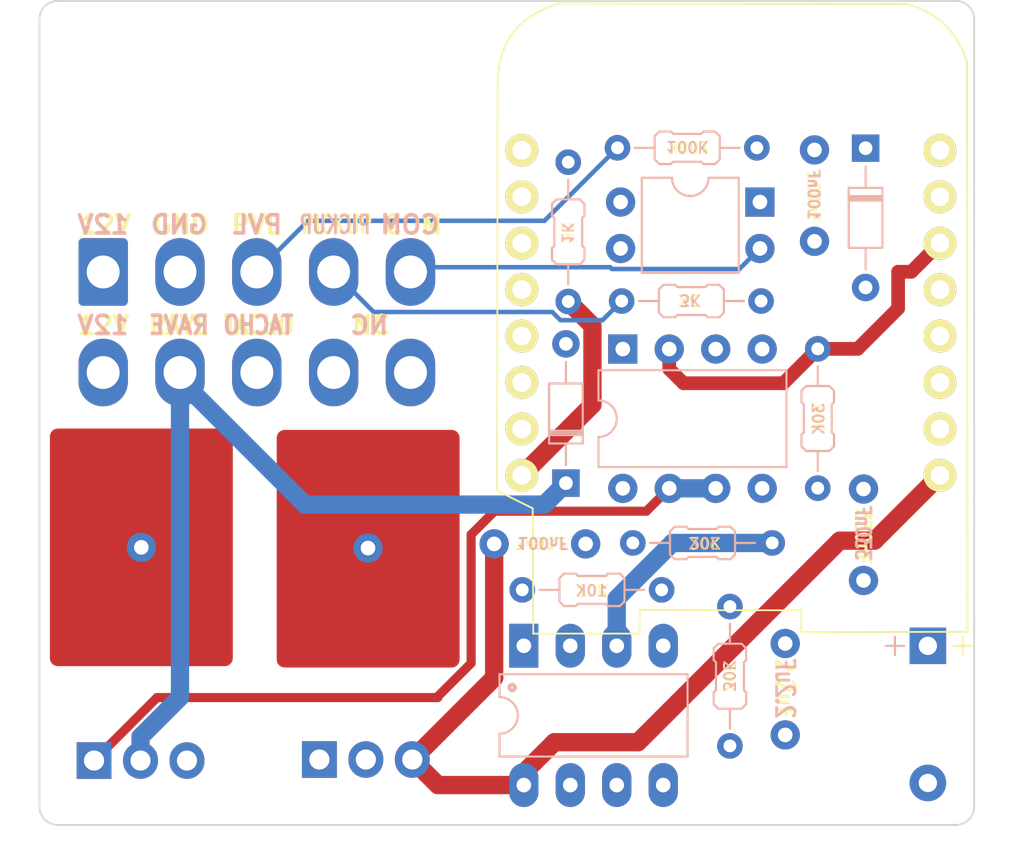
<source format=kicad_pcb>
(kicad_pcb (version 20240108) (generator "pcbnew") (generator_version "8.0")
  (layers (0 "F.Cu" signal) (1 "In1.Cu" signal) (2 "In2.Cu" signal) (31 "B.Cu" signal) (34 "B.Paste" user) (35 "F.Paste" user) (36 "B.SilkS" user "B.Silkscreen") (37 "F.SilkS" user "F.Silkscreen") (38 "B.Mask" user) (39 "F.Mask" user) (44 "Edge.Cuts" user))
  (net 0 "")
  (net 1 "+5V")
  (net 2 "GND")
  (net 3 "+12V")
  (net 4 "+3V3")
  (net 5 "/POSITIVE")
  (net 13 "/COMMON")
  (net 16 "Net-(Q1-G)")
  (net 17 "/RAVE_NEG")
  (net 19 "/TACHO")
  (net 20 "/PVL")
  (net 22 "/PICKUP")
  (net 23 "/OPTO")
  (net 24 "/MOSFET")
  (net 27 "Net-(U3A--)")
  (net 28 "/OPAMP")
  (footprint "Capacitor_THT:CP_Radial_D10.0mm_P7.50mm" (layer "F.Cu") (at 115.443 69.153323 -90)
    (property "Reference" "C4" (hide yes))
    (property "Value" "1000uF_50V")
    (fp_line (start 0.5 1.8) (end -0.5 1.8) (stroke (width 0.12)) (layer "B.SilkS"))
    (fp_line (start 0 1.3) (end 0 2.3) (stroke (width 0.12)) (layer "B.SilkS"))
    (fp_line (start -0.5 -1.9) (end 0.5 -1.9) (stroke (width 0.12)) (layer "F.SilkS"))
    (fp_line (start 0 -2.4) (end 0 -1.4) (stroke (width 0.12)) (layer "F.SilkS"))
    (pad "1" thru_hole rect (at 0 0 270) (size 2 2) (drill 1) (layers "*.Cu" "*.Mask") (net 3 "+12V"))
    (pad "2" thru_hole circle (at 7.5 0 270) (size 2 2) (drill 1) (layers "*.Cu" "*.Mask") (net 2 "GND"))
  )
  (footprint "Connector_Molex:Molex_Mini-Fit_Jr_5569-10A2_2x05_P4.20mm_Horizontal" (layer "F.Cu") (at 70.358 48.702)
    (property "Reference" "J1" (hide yes))
    (property "Value" "Conn_01x10")
    (fp_text user "TACHO" (at 10.5 3.5 -0) (layer "B.SilkS") (effects (font (size 1 0.8) (thickness 0.2) (bold yes)) (justify left bottom mirror)))
    (fp_text user "12V" (at 1.5 3.5 -0) (layer "B.SilkS") (effects (font (thickness 0.2) (bold yes)) (justify left bottom mirror)))
    (fp_text user "GND" (at 5.8 -2 0) (layer "B.SilkS") (effects (font (thickness 0.2) (bold yes)) (justify left bottom mirror)))
    (fp_text user "PICKUP" (at 14.7 -2 -0) (layer "B.SilkS") (effects (font (size 1 0.7) (thickness 0.15) (bold yes)) (justify left bottom mirror)))
    (fp_text user "NC" (at 15.7 3.5 -0) (layer "B.SilkS") (effects (font (thickness 0.2) (bold yes)) (justify left bottom mirror)))
    (fp_text user "COM" (at 18.5 -2 -0) (layer "B.SilkS") (effects (font (thickness 0.2) (bold yes)) (justify left bottom mirror)))
    (fp_text user "RAVE" (at 5.9 3.5 -0) (layer "B.SilkS") (effects (font (size 1 0.9) (thickness 0.2) (bold yes)) (justify left bottom mirror)))
    (fp_text user "PVL" (at 9.9 -2 -0) (layer "B.SilkS") (effects (font (thickness 0.2) (bold yes)) (justify left bottom mirror)))
    (fp_text user "12V" (at 1.5 -2 0) (layer "B.SilkS") (effects (font (thickness 0.2) (bold yes)) (justify left bottom mirror)))
    (fp_text user "GND" (at 2.6 -2 0) (layer "F.SilkS") (effects (font (thickness 0.2) (bold yes)) (justify left bottom)))
    (fp_text user "NC" (at 13.5 3.5 0) (layer "F.SilkS") (effects (font (thickness 0.2) (bold yes)) (justify left bottom)))
    (fp_text user "12V" (at -1.4 -2 0) (layer "F.SilkS") (effects (font (thickness 0.2) (bold yes)) (justify left bottom)))
    (fp_text user "12V" (at -1.5 3.5 0) (layer "F.SilkS") (effects (font (thickness 0.2) (bold yes)) (justify left bottom)))
    (fp_text user "PVL" (at 6.9 -2 0) (layer "F.SilkS") (effects (font (thickness 0.2) (bold yes)) (justify left bottom)))
    (fp_text user "TACHO" (at 6.5 3.5 0) (layer "F.SilkS") (effects (font (size 1 0.8) (thickness 0.2) (bold yes)) (justify left bottom)))
    (fp_text user "RAVE" (at 2.4 3.5 0) (layer "F.SilkS") (effects (font (size 1 0.9) (thickness 0.2) (bold yes)) (justify left bottom)))
    (fp_text user "COM" (at 15.2 -2 0) (layer "F.SilkS") (effects (font (thickness 0.2) (bold yes)) (justify left bottom)))
    (fp_text user "PICKUP" (at 10.75 -2 0) (layer "F.SilkS") (effects (font (size 1 0.7) (thickness 0.15) (bold yes)) (justify left bottom)))
    (pad "" np_thru_hole circle (at 0 -7.3) (size 3 3) (drill 3) (layers "*.Cu" "*.Mask"))
    (pad "" np_thru_hole circle (at 16.8 -7.3) (size 3 3) (drill 3) (layers "*.Cu" "*.Mask"))
    (pad "1" thru_hole roundrect (at 0 0) (size 2.7 3.7) (drill 1.8) (layers "*.Cu" "*.Mask") (roundrect_rratio 0.09259296296) (net 3 "+12V"))
    (pad "2" thru_hole oval (at 4.2 0) (size 2.7 3.7) (drill 1.8) (layers "*.Cu" "*.Mask") (net 2 "GND"))
    (pad "3" thru_hole oval (at 8.4 0) (size 2.7 3.7) (drill 1.8) (layers "*.Cu" "*.Mask") (net 20 "/PVL"))
    (pad "4" thru_hole oval (at 12.6 0) (size 2.7 3.7) (drill 1.8) (layers "*.Cu" "*.Mask") (net 22 "/PICKUP"))
    (pad "5" thru_hole oval (at 16.8 0) (size 2.7 3.7) (drill 1.8) (layers "*.Cu" "*.Mask") (net 13 "/COMMON"))
    (pad "6" thru_hole oval (at 0 5.5) (size 2.7 3.7) (drill 1.8) (layers "*.Cu" "*.Mask") (net 3 "+12V"))
    (pad "7" thru_hole oval (at 4.2 5.5) (size 2.7 3.7) (drill 1.8) (layers "*.Cu" "*.Mask") (net 17 "/RAVE_NEG"))
    (pad "8" thru_hole oval (at 8.4 5.5) (size 2.7 3.7) (drill 1.8) (layers "*.Cu" "*.Mask") (net 19 "/TACHO"))
    (pad "9" thru_hole oval (at 12.6 5.5) (size 2.7 3.7) (drill 1.8) (layers "*.Cu" "*.Mask"))
    (pad "10" thru_hole oval (at 16.8 5.5) (size 2.7 3.7) (drill 1.8) (layers "*.Cu" "*.Mask"))
  )
  (footprint "Package_TO_SOT_THT:TO-220-3_Vertical" (layer "F.Cu") (at 69.859 75.428)
    (property "Reference" "Q1" (hide yes))
    (property "Value" "IRLZ44N")
    (pad "1" thru_hole rect (at 0 0) (size 1.905 2) (drill 1.1) (layers "*.Cu" "*.Mask") (net 16 "Net-(Q1-G)"))
    (pad "2" thru_hole oval (at 2.54 0) (size 1.905 2) (drill 1.1) (layers "*.Cu" "*.Mask") (net 17 "/RAVE_NEG"))
    (pad "3" thru_hole oval (at 5.08 0) (size 1.905 2) (drill 1.1) (layers "*.Cu" "*.Mask") (net 2 "GND"))
  )
  (footprint "Package_TO_SOT_THT:TO-220-3_Vertical" (layer "F.Cu") (at 82.178 75.372)
    (property "Reference" "U2" (hide yes))
    (property "Value" "LM7805_TO220")
    (pad "1" thru_hole rect (at 0 0) (size 1.905 2) (drill 1.1) (layers "*.Cu" "*.Mask") (net 3 "+12V"))
    (pad "2" thru_hole oval (at 2.54 0) (size 1.905 2) (drill 1.1) (layers "*.Cu" "*.Mask") (net 2 "GND"))
    (pad "3" thru_hole oval (at 5.08 0) (size 1.905 2) (drill 1.1) (layers "*.Cu" "*.Mask") (net 1 "+5V"))
  )
  (footprint "Package_TO_SOT_SMD:TO-252-2" (layer "F.Cu") (at 72.145 65.466)
    (property "Reference" "REF**" (hide yes))
    (property "Value" "TO-252-2" (hide yes))
    (pad "GND" smd roundrect (at 0.3 -1.7 90) (size 13 10) (layers "F.Cu" "F.Mask") (roundrect_rratio 0.043103))
  )
  (footprint "Package_TO_SOT_SMD:TO-252-2" (layer "F.Cu") (at 84.545 65.54)
    (property "Reference" "REF**" (hide yes))
    (property "Value" "TO-252-2" (hide yes))
    (pad "GND" smd roundrect (at 0.3 -1.7 90) (size 13 10) (layers "F.Cu" "F.Mask") (roundrect_rratio 0.043103))
  )
  (footprint "Module:D1_mini_board" (layer "F.Cu") (at 104.672917 52.207253)
    (property "Reference" "U1" (hide yes))
    (property "Value" "D1Mini")
    (fp_line (start -12.776026 8.463285) (end -10.83248 9.424181) (stroke (width 0.1)) (layer "F.SilkS"))
    (fp_line (start -12.751078 -14.091807) (end -12.776026 8.463285) (stroke (width 0.1)) (layer "F.SilkS"))
    (fp_line (start -12.635482 -14.984575) (end -12.751078 -14.091807) (stroke (width 0.1)) (layer "F.SilkS"))
    (fp_line (start -12.407122 -15.739613) (end -12.635482 -14.984575) (stroke (width 0.1)) (layer "F.SilkS"))
    (fp_line (start -12.079595 -16.37146) (end -12.407122 -15.739613) (stroke (width 0.1)) (layer "F.SilkS"))
    (fp_line (start -11.666503 -16.894658) (end -12.079595 -16.37146) (stroke (width 0.1)) (layer "F.SilkS"))
    (fp_line (start -11.181445 -17.323743) (end -11.666503 -16.894658) (stroke (width 0.1)) (layer "F.SilkS"))
    (fp_line (start -10.83248 9.424181) (end -10.802686 16.232524) (stroke (width 0.1)) (layer "F.SilkS"))
    (fp_line (start -10.817472 16.277228) (end -5.00618 16.277228) (stroke (width 0.1)) (layer "F.SilkS"))
    (fp_line (start -10.638018 -17.673258) (end -11.181445 -17.323743) (stroke (width 0.1)) (layer "F.SilkS"))
    (fp_line (start -10.049824 -17.957741) (end -10.638018 -17.673258) (stroke (width 0.1)) (layer "F.SilkS"))
    (fp_line (start -9.43046 -18.191734) (end -10.049824 -17.957741) (stroke (width 0.1)) (layer "F.SilkS"))
    (fp_line (start -5.00618 16.277228) (end -4.979849 14.993795) (stroke (width 0.1)) (layer "F.SilkS"))
    (fp_line (start -4.979849 14.993795) (end 3.851373 15.000483) (stroke (width 0.1)) (layer "F.SilkS"))
    (fp_line (start 3.849397 16.202736) (end 12.930193 16.176658) (stroke (width 0.1)) (layer "F.SilkS"))
    (fp_line (start 3.851373 15.000483) (end 3.849397 16.202736) (stroke (width 0.1)) (layer "F.SilkS"))
    (fp_line (start 9.607453 -18.162976) (end -9.43046 -18.191734) (stroke (width 0.1)) (layer "F.SilkS"))
    (fp_line (start 10.20525 -17.97731) (end 9.607453 -18.162976) (stroke (width 0.1)) (layer "F.SilkS"))
    (fp_line (start 10.74944 -17.730377) (end 10.20525 -17.97731) (stroke (width 0.1)) (layer "F.SilkS"))
    (fp_line (start 11.240512 -17.422741) (end 10.74944 -17.730377) (stroke (width 0.1)) (layer "F.SilkS"))
    (fp_line (start 11.678953 -17.054952) (end 11.240512 -17.422741) (stroke (width 0.1)) (layer "F.SilkS"))
    (fp_line (start 12.065253 -16.627577) (end 11.678953 -17.054952) (stroke (width 0.1)) (layer "F.SilkS"))
    (fp_line (start 12.399901 -16.141167) (end 12.065253 -16.627577) (stroke (width 0.1)) (layer "F.SilkS"))
    (fp_line (start 12.683384 -15.596286) (end 12.399901 -16.141167) (stroke (width 0.1)) (layer "F.SilkS"))
    (fp_line (start 12.916195 -14.993493) (end 12.683384 -15.596286) (stroke (width 0.1)) (layer "F.SilkS"))
    (fp_line (start 12.930193 16.176658) (end 12.916195 -14.993493) (stroke (width 0.1)) (layer "F.SilkS"))
    (pad "1" thru_hole circle (at 11.43 7.62) (size 1.8 1.8) (drill 1.016) (layers "*.Cu" "*.Mask" "F.SilkS") (net 1 "+5V"))
    (pad "2" thru_hole circle (at 11.43 5.08) (size 1.8 1.8) (drill 1.016) (layers "*.Cu" "*.Mask" "F.SilkS") (net 2 "GND"))
    (pad "3" thru_hole circle (at 11.43 2.54) (size 1.8 1.8) (drill 1.016) (layers "*.Cu" "*.Mask" "F.SilkS"))
    (pad "4" thru_hole circle (at 11.43 0) (size 1.8 1.8) (drill 1.016) (layers "*.Cu" "*.Mask" "F.SilkS"))
    (pad "5" thru_hole circle (at 11.43 -2.54) (size 1.8 1.8) (drill 1.016) (layers "*.Cu" "*.Mask" "F.SilkS"))
    (pad "6" thru_hole circle (at 11.43 -5.08) (size 1.8 1.8) (drill 1.016) (layers "*.Cu" "*.Mask" "F.SilkS") (net 24 "/MOSFET"))
    (pad "7" thru_hole circle (at 11.43 -7.62) (size 1.8 1.8) (drill 1.016) (layers "*.Cu" "*.Mask" "F.SilkS"))
    (pad "8" thru_hole circle (at 11.43 -10.16) (size 1.8 1.8) (drill 1.016) (layers "*.Cu" "*.Mask" "F.SilkS"))
    (pad "9" thru_hole circle (at -11.43 -10.16) (size 1.8 1.8) (drill 1.016) (layers "*.Cu" "*.Mask" "F.SilkS"))
    (pad "10" thru_hole circle (at -11.43 -7.62) (size 1.8 1.8) (drill 1.016) (layers "*.Cu" "*.Mask" "F.SilkS"))
    (pad "11" thru_hole circle (at -11.43 -5.08) (size 1.8 1.8) (drill 1.016) (layers "*.Cu" "*.Mask" "F.SilkS"))
    (pad "12" thru_hole circle (at -11.43 -2.54) (size 1.8 1.8) (drill 1.016) (layers "*.Cu" "*.Mask" "F.SilkS"))
    (pad "13" thru_hole circle (at -11.43 0) (size 1.8 1.8) (drill 1.016) (layers "*.Cu" "*.Mask" "F.SilkS") (net 23 "/OPTO"))
    (pad "14" thru_hole circle (at -11.43 2.54) (size 1.8 1.8) (drill 1.016) (layers "*.Cu" "*.Mask" "F.SilkS") (net 28 "/OPAMP"))
    (pad "15" thru_hole circle (at -11.43 5.08) (size 1.8 1.8) (drill 1.016) (layers "*.Cu" "*.Mask" "F.SilkS"))
    (pad "16" thru_hole circle (at -11.43 7.62) (size 1.8 1.8) (drill 1.016) (layers "*.Cu" "*.Mask" "F.SilkS") (net 4 "+3V3"))
  )
  (footprint "Capacitor_THT:C_Disc_D4.3mm_W1.9mm_P5.00mm" (layer "B.Cu") (at 109.2454 47.0262 90)
    (property "Reference" "C5" (hide yes))
    (property "Value" "100nF")
    (fp_text user "100nF" (at 1.1 -0.4 -90) (layer "B.SilkS") (effects (font (size 0.6 0.6) (thickness 0.12) (bold yes)) (justify left bottom mirror)))
    (fp_text user "100nF" (at 3.9 -0.4 -90) (layer "F.SilkS") (effects (font (size 0.6 0.6) (thickness 0.12) (bold yes)) (justify left bottom)))
    (pad "1" thru_hole circle (at 0 0 90) (size 1.6 1.6) (drill 0.8) (layers "*.Cu" "*.Mask") (net 13 "/COMMON"))
    (pad "2" thru_hole circle (at 5 0 90) (size 1.6 1.6) (drill 0.8) (layers "*.Cu" "*.Mask") (net 5 "/POSITIVE"))
  )
  (footprint "Package_DIP:DIP-8_W7.62mm" (layer "B.Cu") (at 98.7652 52.9182 -90)
    (property "Reference" "U5" (hide yes))
    (property "Value" "TC4422")
    (fp_line (start 1.16 1.33) (end 1.16 -8.95) (stroke (width 0.12)) (layer "B.SilkS"))
    (fp_line (start 2.81 1.33) (end 1.16 1.33) (stroke (width 0.12)) (layer "B.SilkS"))
    (fp_line (start 6.46 1.33) (end 4.81 1.33) (stroke (width 0.12)) (layer "B.SilkS"))
    (fp_line (start 1.16 -8.95) (end 6.46 -8.95) (stroke (width 0.12)) (layer "B.SilkS"))
    (fp_line (start 6.46 -8.95) (end 6.46 1.33) (stroke (width 0.12)) (layer "B.SilkS"))
    (fp_arc (start 2.81 1.33) (mid 3.81 0.33) (end 4.81 1.33) (stroke (width 0.12)) (layer "B.SilkS"))
    (pad "1" thru_hole rect (at 0 0 270) (size 1.6 1.6) (drill 0.8) (layers "*.Cu" "*.Mask") (net 3 "+12V"))
    (pad "2" thru_hole oval (at 0 -2.54 270) (size 1.6 1.6) (drill 0.8) (layers "*.Cu" "*.Mask") (net 24 "/MOSFET"))
    (pad "3" thru_hole oval (at 0 -5.08 270) (size 1.6 1.6) (drill 0.8) (layers "*.Cu" "*.Mask"))
    (pad "4" thru_hole oval (at 0 -7.62 270) (size 1.6 1.6) (drill 0.8) (layers "*.Cu" "*.Mask") (net 2 "GND"))
    (pad "5" thru_hole oval (at 7.62 -7.62 270) (size 1.6 1.6) (drill 0.8) (layers "*.Cu" "*.Mask") (net 2 "GND"))
    (pad "6" thru_hole oval (at 7.62 -5.08 270) (size 1.6 1.6) (drill 0.8) (layers "*.Cu" "*.Mask") (net 16 "Net-(Q1-G)"))
    (pad "7" thru_hole oval (at 7.62 -2.54 270) (size 1.6 1.6) (drill 0.8) (layers "*.Cu" "*.Mask") (net 16 "Net-(Q1-G)"))
    (pad "8" thru_hole oval (at 7.62 0 270) (size 1.6 1.6) (drill 0.8) (layers "*.Cu" "*.Mask") (net 3 "+12V"))
  )
  (footprint "PCM_Resistor_THT_AKL:R_Axial_DIN0204_L3.6mm_D1.6mm_P7.62mm_Horizontal" (layer "B.Cu") (at 100.8888 66.0908 180)
    (property "Reference" "R6" (hide yes))
    (property "Value" "10k" (hide yes))
    (fp_line (start 5.73 0) (end 6.68 0) (stroke (width 0.12)) (layer "B.SilkS"))
    (fp_line (start 5.588 0) (end 5.715 0) (stroke (width 0.12)) (layer "B.SilkS"))
    (fp_line (start 5.588 -0.635) (end 5.588 0.635) (stroke (width 0.12)) (layer "B.SilkS"))
    (fp_line (start 5.334 0.889) (end 5.588 0.635) (stroke (width 0.12)) (layer "B.SilkS"))
    (fp_line (start 5.334 -0.889) (end 5.588 -0.635) (stroke (width 0.12)) (layer "B.SilkS"))
    (fp_line (start 4.699 0.889) (end 5.334 0.889) (stroke (width 0.12)) (layer "B.SilkS"))
    (fp_line (start 4.699 -0.889) (end 5.334 -0.889) (stroke (width 0.12)) (layer "B.SilkS"))
    (fp_line (start 4.572 0.762) (end 4.699 0.889) (stroke (width 0.12)) (layer "B.SilkS"))
    (fp_line (start 4.572 -0.762) (end 4.699 -0.889) (stroke (width 0.12)) (layer "B.SilkS"))
    (fp_line (start 3.81 0.762) (end 4.572 0.762) (stroke (width 0.12)) (layer "B.SilkS"))
    (fp_line (start 3.81 0.762) (end 3.048 0.762) (stroke (width 0.12)) (layer "B.SilkS"))
    (fp_line (start 3.81 -0.762) (end 4.572 -0.762) (stroke (width 0.12)) (layer "B.SilkS"))
    (fp_line (start 3.81 -0.762) (end 3.048 -0.762) (stroke (width 0.12)) (layer "B.SilkS"))
    (fp_line (start 3.048 0.762) (end 2.921 0.889) (stroke (width 0.12)) (layer "B.SilkS"))
    (fp_line (start 3.048 -0.762) (end 2.921 -0.889) (stroke (width 0.12)) (layer "B.SilkS"))
    (fp_line (start 2.921 0.889) (end 2.286 0.889) (stroke (width 0.12)) (layer "B.SilkS"))
    (fp_line (start 2.921 -0.889) (end 2.286 -0.889) (stroke (width 0.12)) (layer "B.SilkS"))
    (fp_line (start 2.286 0.889) (end 2.032 0.635) (stroke (width 0.12)) (layer "B.SilkS"))
    (fp_line (start 2.286 -0.889) (end 2.032 -0.635) (stroke (width 0.12)) (layer "B.SilkS"))
    (fp_line (start 2.032 0.635) (end 2.032 -0.635) (stroke (width 0.12)) (layer "B.SilkS"))
    (fp_line (start 2.032 0) (end 1.89 0) (stroke (width 0.12)) (layer "B.SilkS"))
    (fp_line (start 1.89 0) (end 0.94 0) (stroke (width 0.12)) (layer "B.SilkS"))
    (fp_text user "10K" (at 2.9 -0.4 0) (layer "B.SilkS") (effects (font (size 0.6 0.6) (thickness 0.1)) (justify left bottom mirror)))
    (fp_text user "10K" (at 4.7 -0.4 0) (layer "F.SilkS") (effects (font (size 0.6 0.6) (thickness 0.1)) (justify left bottom)))
    (pad "1" thru_hole circle (at 0 0 180) (size 1.4 1.4) (drill 0.7) (layers "*.Cu" "*.Mask") (net 27 "Net-(U3A--)"))
    (pad "2" thru_hole oval (at 7.62 0 180) (size 1.4 1.4) (drill 0.7) (layers "*.Cu" "*.Mask") (net 19 "/TACHO"))
  )
  (footprint "PCM_Resistor_THT_AKL:R_Axial_DIN0204_L3.6mm_D1.6mm_P7.62mm_Horizontal" (layer "B.Cu") (at 109.4232 52.9082 -90)
    (property "Reference" "R4" (hide yes))
    (property "Value" "30k" (hide yes))
    (fp_line (start 2.286 0.889) (end 2.032 0.635) (stroke (width 0.12)) (layer "B.SilkS"))
    (fp_line (start 2.921 0.889) (end 2.286 0.889) (stroke (width 0.12)) (layer "B.SilkS"))
    (fp_line (start 4.699 0.889) (end 5.334 0.889) (stroke (width 0.12)) (layer "B.SilkS"))
    (fp_line (start 5.334 0.889) (end 5.588 0.635) (stroke (width 0.12)) (layer "B.SilkS"))
    (fp_line (start 3.048 0.762) (end 2.921 0.889) (stroke (width 0.12)) (layer "B.SilkS"))
    (fp_line (start 3.81 0.762) (end 3.048 0.762) (stroke (width 0.12)) (layer "B.SilkS"))
    (fp_line (start 3.81 0.762) (end 4.572 0.762) (stroke (width 0.12)) (layer "B.SilkS"))
    (fp_line (start 4.572 0.762) (end 4.699 0.889) (stroke (width 0.12)) (layer "B.SilkS"))
    (fp_line (start 2.032 0.635) (end 2.032 -0.635) (stroke (width 0.12)) (layer "B.SilkS"))
    (fp_line (start 1.89 0) (end 0.94 0) (stroke (width 0.12)) (layer "B.SilkS"))
    (fp_line (start 2.032 0) (end 1.89 0) (stroke (width 0.12)) (layer "B.SilkS"))
    (fp_line (start 5.588 0) (end 5.715 0) (stroke (width 0.12)) (layer "B.SilkS"))
    (fp_line (start 5.73 0) (end 6.68 0) (stroke (width 0.12)) (layer "B.SilkS"))
    (fp_line (start 5.588 -0.635) (end 5.588 0.635) (stroke (width 0.12)) (layer "B.SilkS"))
    (fp_line (start 3.048 -0.762) (end 2.921 -0.889) (stroke (width 0.12)) (layer "B.SilkS"))
    (fp_line (start 3.81 -0.762) (end 3.048 -0.762) (stroke (width 0.12)) (layer "B.SilkS"))
    (fp_line (start 3.81 -0.762) (end 4.572 -0.762) (stroke (width 0.12)) (layer "B.SilkS"))
    (fp_line (start 4.572 -0.762) (end 4.699 -0.889) (stroke (width 0.12)) (layer "B.SilkS"))
    (fp_line (start 2.286 -0.889) (end 2.032 -0.635) (stroke (width 0.12)) (layer "B.SilkS"))
    (fp_line (start 2.921 -0.889) (end 2.286 -0.889) (stroke (width 0.12)) (layer "B.SilkS"))
    (fp_line (start 4.699 -0.889) (end 5.334 -0.889) (stroke (width 0.12)) (layer "B.SilkS"))
    (fp_line (start 5.334 -0.889) (end 5.588 -0.635) (stroke (width 0.12)) (layer "B.SilkS"))
    (fp_text user "30K" (at 2.9 -0.4 90) (layer "B.SilkS") (effects (font (size 0.6 0.6) (thickness 0.1)) (justify left bottom mirror)))
    (fp_text user "30K" (at 4.7 -0.4 90) (layer "F.SilkS") (effects (font (size 0.6 0.6) (thickness 0.1)) (justify left bottom)))
    (pad "1" thru_hole circle (at 0 0 270) (size 1.4 1.4) (drill 0.7) (layers "*.Cu" "*.Mask") (net 24 "/MOSFET"))
    (pad "2" thru_hole oval (at 7.62 0 270) (size 1.4 1.4) (drill 0.7) (layers "*.Cu" "*.Mask") (net 2 "GND"))
  )
  (footprint "PCM_Package_DIP_AKL:DIP-8_W7.62mm_LongPads" (layer "B.Cu") (at 93.355 69.1492 -90)
    (property "Reference" "U3" (hide yes))
    (property "Value" "LMC662AIN" (hide yes))
    (fp_line (start 1.56 1.33) (end 2.81 1.33) (stroke (width 0.12)) (layer "B.SilkS"))
    (fp_line (start 4.81 1.33) (end 6.06 1.33) (stroke (width 0.12)) (layer "B.SilkS"))
    (fp_line (start 6.06 1.33) (end 6.06 -8.95) (stroke (width 0.12)) (layer "B.SilkS"))
    (fp_line (start 1.56 -8.95) (end 1.56 1.33) (stroke (width 0.12)) (layer "B.SilkS"))
    (fp_line (start 6.06 -8.95) (end 1.56 -8.95) (stroke (width 0.12)) (layer "B.SilkS"))
    (fp_arc (start 2.81 1.33) (mid 3.81 0.33) (end 4.81 1.33) (stroke (width 0.12)) (layer "B.SilkS"))
    (fp_circle (center 2.286 0.635) (end 2.336 0.635) (stroke (width 0.12)) (fill none) (layer "B.SilkS"))
    (fp_circle (center 2.286 0.635) (end 2.411 0.635) (stroke (width 0.12)) (fill none) (layer "B.SilkS"))
    (fp_circle (center 2.286 0.635) (end 2.486 0.635) (stroke (width 0.12)) (fill none) (layer "B.SilkS"))
    (pad "1" thru_hole rect (at 0 0 270) (size 2.4 1.6) (drill 0.8) (layers "*.Cu" "*.Mask") (net 19 "/TACHO"))
    (pad "2" thru_hole oval (at 0 -2.54 270) (size 2.4 1.6) (drill 0.8) (layers "*.Cu" "*.Mask") (net 27 "Net-(U3A--)"))
    (pad "3" thru_hole oval (at 0 -5.08 270) (size 2.4 1.6) (drill 0.8) (layers "*.Cu" "*.Mask") (net 28 "/OPAMP"))
    (pad "4" thru_hole oval (at 0 -7.62 270) (size 2.4 1.6) (drill 0.8) (layers "*.Cu" "*.Mask") (net 2 "GND"))
    (pad "5" thru_hole oval (at 7.62 -7.62 270) (size 2.4 1.6) (drill 0.8) (layers "*.Cu" "*.Mask"))
    (pad "6" thru_hole oval (at 7.62 -5.08 270) (size 2.4 1.6) (drill 0.8) (layers "*.Cu" "*.Mask"))
    (pad "7" thru_hole oval (at 7.62 -2.54 270) (size 2.4 1.6) (drill 0.8) (layers "*.Cu" "*.Mask"))
    (pad "8" thru_hole oval (at 7.62 0 270) (size 2.4 1.6) (drill 0.8) (layers "*.Cu" "*.Mask") (net 1 "+5V"))
  )
  (footprint "PCM_Resistor_THT_AKL:R_Axial_DIN0204_L3.6mm_D1.6mm_P7.62mm_Horizontal" (layer "B.Cu") (at 98.4758 41.91)
    (property "Reference" "R1" (hide yes))
    (property "Value" "100k" (hide yes))
    (fp_line (start 1.89 0) (end 0.94 0) (stroke (width 0.12)) (layer "B.SilkS"))
    (fp_line (start 2.032 0) (end 1.89 0) (stroke (width 0.12)) (layer "B.SilkS"))
    (fp_line (start 2.032 0.635) (end 2.032 -0.635) (stroke (width 0.12)) (layer "B.SilkS"))
    (fp_line (start 2.286 -0.889) (end 2.032 -0.635) (stroke (width 0.12)) (layer "B.SilkS"))
    (fp_line (start 2.286 0.889) (end 2.032 0.635) (stroke (width 0.12)) (layer "B.SilkS"))
    (fp_line (start 2.921 -0.889) (end 2.286 -0.889) (stroke (width 0.12)) (layer "B.SilkS"))
    (fp_line (start 2.921 0.889) (end 2.286 0.889) (stroke (width 0.12)) (layer "B.SilkS"))
    (fp_line (start 3.048 -0.762) (end 2.921 -0.889) (stroke (width 0.12)) (layer "B.SilkS"))
    (fp_line (start 3.048 0.762) (end 2.921 0.889) (stroke (width 0.12)) (layer "B.SilkS"))
    (fp_line (start 3.81 -0.762) (end 3.048 -0.762) (stroke (width 0.12)) (layer "B.SilkS"))
    (fp_line (start 3.81 -0.762) (end 4.572 -0.762) (stroke (width 0.12)) (layer "B.SilkS"))
    (fp_line (start 3.81 0.762) (end 3.048 0.762) (stroke (width 0.12)) (layer "B.SilkS"))
    (fp_line (start 3.81 0.762) (end 4.572 0.762) (stroke (width 0.12)) (layer "B.SilkS"))
    (fp_line (start 4.572 -0.762) (end 4.699 -0.889) (stroke (width 0.12)) (layer "B.SilkS"))
    (fp_line (start 4.572 0.762) (end 4.699 0.889) (stroke (width 0.12)) (layer "B.SilkS"))
    (fp_line (start 4.699 -0.889) (end 5.334 -0.889) (stroke (width 0.12)) (layer "B.SilkS"))
    (fp_line (start 4.699 0.889) (end 5.334 0.889) (stroke (width 0.12)) (layer "B.SilkS"))
    (fp_line (start 5.334 -0.889) (end 5.588 -0.635) (stroke (width 0.12)) (layer "B.SilkS"))
    (fp_line (start 5.334 0.889) (end 5.588 0.635) (stroke (width 0.12)) (layer "B.SilkS"))
    (fp_line (start 5.588 -0.635) (end 5.588 0.635) (stroke (width 0.12)) (layer "B.SilkS"))
    (fp_line (start 5.588 0) (end 5.715 0) (stroke (width 0.12)) (layer "B.SilkS"))
    (fp_line (start 5.73 0) (end 6.68 0) (stroke (width 0.12)) (layer "B.SilkS"))
    (fp_text user "100K" (at 2.6 -0.4 180) (layer "B.SilkS") (effects (font (size 0.6 0.6) (thickness 0.1)) (justify left bottom mirror)))
    (fp_text user "100K" (at 5.1 -0.4 180) (layer "F.SilkS") (effects (font (size 0.6 0.6) (thickness 0.1)) (justify left bottom)))
    (pad "1" thru_hole circle (at 0 0) (size 1.4 1.4) (drill 0.7) (layers "*.Cu" "*.Mask") (net 20 "/PVL"))
    (pad "2" thru_hole oval (at 7.62 0) (size 1.4 1.4) (drill 0.7) (layers "*.Cu" "*.Mask") (net 5 "/POSITIVE"))
  )
  (footprint "PCM_Resistor_THT_AKL:R_Axial_DIN0204_L3.6mm_D1.6mm_P7.62mm_Horizontal" (layer "B.Cu") (at 104.6226 74.6252 90)
    (property "Reference" "R5" (hide yes))
    (property "Value" "4.7k" (hide yes))
    (fp_line (start 5.334 -0.889) (end 5.588 -0.635) (stroke (width 0.12)) (layer "B.SilkS"))
    (fp_line (start 4.699 -0.889) (end 5.334 -0.889) (stroke (width 0.12)) (layer "B.SilkS"))
    (fp_line (start 2.921 -0.889) (end 2.286 -0.889) (stroke (width 0.12)) (layer "B.SilkS"))
    (fp_line (start 2.286 -0.889) (end 2.032 -0.635) (stroke (width 0.12)) (layer "B.SilkS"))
    (fp_line (start 4.572 -0.762) (end 4.699 -0.889) (stroke (width 0.12)) (layer "B.SilkS"))
    (fp_line (start 3.81 -0.762) (end 4.572 -0.762) (stroke (width 0.12)) (layer "B.SilkS"))
    (fp_line (start 3.81 -0.762) (end 3.048 -0.762) (stroke (width 0.12)) (layer "B.SilkS"))
    (fp_line (start 3.048 -0.762) (end 2.921 -0.889) (stroke (width 0.12)) (layer "B.SilkS"))
    (fp_line (start 5.588 -0.635) (end 5.588 0.635) (stroke (width 0.12)) (layer "B.SilkS"))
    (fp_line (start 5.73 0) (end 6.68 0) (stroke (width 0.12)) (layer "B.SilkS"))
    (fp_line (start 5.588 0) (end 5.715 0) (stroke (width 0.12)) (layer "B.SilkS"))
    (fp_line (start 2.032 0) (end 1.89 0) (stroke (width 0.12)) (layer "B.SilkS"))
    (fp_line (start 1.89 0) (end 0.94 0) (stroke (width 0.12)) (layer "B.SilkS"))
    (fp_line (start 2.032 0.635) (end 2.032 -0.635) (stroke (width 0.12)) (layer "B.SilkS"))
    (fp_line (start 4.572 0.762) (end 4.699 0.889) (stroke (width 0.12)) (layer "B.SilkS"))
    (fp_line (start 3.81 0.762) (end 4.572 0.762) (stroke (width 0.12)) (layer "B.SilkS"))
    (fp_line (start 3.81 0.762) (end 3.048 0.762) (stroke (width 0.12)) (layer "B.SilkS"))
    (fp_line (start 3.048 0.762) (end 2.921 0.889) (stroke (width 0.12)) (layer "B.SilkS"))
    (fp_line (start 5.334 0.889) (end 5.588 0.635) (stroke (width 0.12)) (layer "B.SilkS"))
    (fp_line (start 4.699 0.889) (end 5.334 0.889) (stroke (width 0.12)) (layer "B.SilkS"))
    (fp_line (start 2.921 0.889) (end 2.286 0.889) (stroke (width 0.12)) (layer "B.SilkS"))
    (fp_line (start 2.286 0.889) (end 2.032 0.635) (stroke (width 0.12)) (layer "B.SilkS"))
    (fp_text user "30K" (at 2.9 -0.4 -90) (layer "B.SilkS") (effects (font (size 0.6 0.6) (thickness 0.1)) (justify left bottom mirror)))
    (fp_text user "30K" (at 4.7 -0.4 -90) (layer "F.SilkS") (effects (font (size 0.6 0.6) (thickness 0.1)) (justify left bottom)))
    (pad "1" thru_hole circle (at 0 0 90) (size 1.4 1.4) (drill 0.7) (layers "*.Cu" "*.Mask") (net 2 "GND"))
    (pad "2" thru_hole oval (at 7.62 0 90) (size 1.4 1.4) (drill 0.7) (layers "*.Cu" "*.Mask") (net 27 "Net-(U3A--)"))
  )
  (footprint "PCM_Resistor_THT_AKL:R_Axial_DIN0204_L3.6mm_D1.6mm_P7.62mm_Horizontal" (layer "B.Cu") (at 95.7834 50.3174 90)
    (property "Reference" "R2" (hide yes))
    (property "Value" "1k" (hide yes))
    (fp_line (start 5.334 -0.889) (end 5.588 -0.635) (stroke (width 0.12)) (layer "B.SilkS"))
    (fp_line (start 4.699 -0.889) (end 5.334 -0.889) (stroke (width 0.12)) (layer "B.SilkS"))
    (fp_line (start 2.921 -0.889) (end 2.286 -0.889) (stroke (width 0.12)) (layer "B.SilkS"))
    (fp_line (start 2.286 -0.889) (end 2.032 -0.635) (stroke (width 0.12)) (layer "B.SilkS"))
    (fp_line (start 4.572 -0.762) (end 4.699 -0.889) (stroke (width 0.12)) (layer "B.SilkS"))
    (fp_line (start 3.81 -0.762) (end 4.572 -0.762) (stroke (width 0.12)) (layer "B.SilkS"))
    (fp_line (start 3.81 -0.762) (end 3.048 -0.762) (stroke (width 0.12)) (layer "B.SilkS"))
    (fp_line (start 3.048 -0.762) (end 2.921 -0.889) (stroke (width 0.12)) (layer "B.SilkS"))
    (fp_line (start 5.588 -0.635) (end 5.588 0.635) (stroke (width 0.12)) (layer "B.SilkS"))
    (fp_line (start 5.73 0) (end 6.68 0) (stroke (width 0.12)) (layer "B.SilkS"))
    (fp_line (start 5.588 0) (end 5.715 0) (stroke (width 0.12)) (layer "B.SilkS"))
    (fp_line (start 2.032 0) (end 1.89 0) (stroke (width 0.12)) (layer "B.SilkS"))
    (fp_line (start 1.89 0) (end 0.94 0) (stroke (width 0.12)) (layer "B.SilkS"))
    (fp_line (start 2.032 0.635) (end 2.032 -0.635) (stroke (width 0.12)) (layer "B.SilkS"))
    (fp_line (start 4.572 0.762) (end 4.699 0.889) (stroke (width 0.12)) (layer "B.SilkS"))
    (fp_line (start 3.81 0.762) (end 4.572 0.762) (stroke (width 0.12)) (layer "B.SilkS"))
    (fp_line (start 3.81 0.762) (end 3.048 0.762) (stroke (width 0.12)) (layer "B.SilkS"))
    (fp_line (start 3.048 0.762) (end 2.921 0.889) (stroke (width 0.12)) (layer "B.SilkS"))
    (fp_line (start 5.334 0.889) (end 5.588 0.635) (stroke (width 0.12)) (layer "B.SilkS"))
    (fp_line (start 4.699 0.889) (end 5.334 0.889) (stroke (width 0.12)) (layer "B.SilkS"))
    (fp_line (start 2.921 0.889) (end 2.286 0.889) (stroke (width 0.12)) (layer "B.SilkS"))
    (fp_line (start 2.286 0.889) (end 2.032 0.635) (stroke (width 0.12)) (layer "B.SilkS"))
    (fp_text user "1K" (at 3.1 -0.4 -90) (layer "B.SilkS") (effects (font (size 0.6 0.6) (thickness 0.1)) (justify left bottom mirror)))
    (fp_text user "1K" (at 4.4 -0.4 -90) (layer "F.SilkS") (effects (font (size 0.6 0.6) (thickness 0.1)) (justify left bottom)))
    (pad "1" thru_hole circle (at 0 0 90) (size 1.4 1.4) (drill 0.7) (layers "*.Cu" "*.Mask") (net 4 "+3V3"))
    (pad "2" thru_hole oval (at 7.62 0 90) (size 1.4 1.4) (drill 0.7) (layers "*.Cu" "*.Mask") (net 23 "/OPTO"))
  )
  (footprint "PCM_Resistor_THT_AKL:R_Axial_DIN0204_L3.6mm_D1.6mm_P7.62mm_Horizontal" (layer "B.Cu") (at 98.7044 50.292)
    (property "Reference" "R3" (hide yes))
    (property "Value" "3k" (hide yes))
    (fp_line (start 1.89 0) (end 0.94 0) (stroke (width 0.12)) (layer "B.SilkS"))
    (fp_line (start 2.032 0) (end 1.89 0) (stroke (width 0.12)) (layer "B.SilkS"))
    (fp_line (start 2.032 0.635) (end 2.032 -0.635) (stroke (width 0.12)) (layer "B.SilkS"))
    (fp_line (start 2.286 -0.889) (end 2.032 -0.635) (stroke (width 0.12)) (layer "B.SilkS"))
    (fp_line (start 2.286 0.889) (end 2.032 0.635) (stroke (width 0.12)) (layer "B.SilkS"))
    (fp_line (start 2.921 -0.889) (end 2.286 -0.889) (stroke (width 0.12)) (layer "B.SilkS"))
    (fp_line (start 2.921 0.889) (end 2.286 0.889) (stroke (width 0.12)) (layer "B.SilkS"))
    (fp_line (start 3.048 -0.762) (end 2.921 -0.889) (stroke (width 0.12)) (layer "B.SilkS"))
    (fp_line (start 3.048 0.762) (end 2.921 0.889) (stroke (width 0.12)) (layer "B.SilkS"))
    (fp_line (start 3.81 -0.762) (end 3.048 -0.762) (stroke (width 0.12)) (layer "B.SilkS"))
    (fp_line (start 3.81 -0.762) (end 4.572 -0.762) (stroke (width 0.12)) (layer "B.SilkS"))
    (fp_line (start 3.81 0.762) (end 3.048 0.762) (stroke (width 0.12)) (layer "B.SilkS"))
    (fp_line (start 3.81 0.762) (end 4.572 0.762) (stroke (width 0.12)) (layer "B.SilkS"))
    (fp_line (start 4.572 -0.762) (end 4.699 -0.889) (stroke (width 0.12)) (layer "B.SilkS"))
    (fp_line (start 4.572 0.762) (end 4.699 0.889) (stroke (width 0.12)) (layer "B.SilkS"))
    (fp_line (start 4.699 -0.889) (end 5.334 -0.889) (stroke (width 0.12)) (layer "B.SilkS"))
    (fp_line (start 4.699 0.889) (end 5.334 0.889) (stroke (width 0.12)) (layer "B.SilkS"))
    (fp_line (start 5.334 -0.889) (end 5.588 -0.635) (stroke (width 0.12)) (layer "B.SilkS"))
    (fp_line (start 5.334 0.889) (end 5.588 0.635) (stroke (width 0.12)) (layer "B.SilkS"))
    (fp_line (start 5.588 -0.635) (end 5.588 0.635) (stroke (width 0.12)) (layer "B.SilkS"))
    (fp_line (start 5.588 0) (end 5.715 0) (stroke (width 0.12)) (layer "B.SilkS"))
    (fp_line (start 5.73 0) (end 6.68 0) (stroke (width 0.12)) (layer "B.SilkS"))
    (fp_text user "3K" (at 3.1 -0.4 180) (layer "B.SilkS") (effects (font (size 0.6 0.6) (thickness 0.1)) (justify left bottom mirror)))
    (fp_text user "3K" (at 4.3 -0.4 180) (layer "F.SilkS") (effects (font (size 0.6 0.6) (thickness 0.1)) (justify left bottom)))
    (pad "1" thru_hole circle (at 0 0) (size 1.4 1.4) (drill 0.7) (layers "*.Cu" "*.Mask") (net 22 "/PICKUP"))
    (pad "2" thru_hole oval (at 7.62 0) (size 1.4 1.4) (drill 0.7) (layers "*.Cu" "*.Mask") (net 5 "/POSITIVE"))
  )
  (footprint "Capacitor_THT:C_Disc_D4.3mm_W1.9mm_P5.00mm" (layer "B.Cu") (at 91.734 63.5762)
    (property "Reference" "C1" (hide yes))
    (property "Value" "100nF")
    (fp_text user "100nF" (at 1.2 -0.4 180) (layer "B.SilkS") (effects (font (size 0.6 0.6) (thickness 0.12)) (justify left bottom mirror)))
    (fp_text user "100nF" (at 4 -0.4 180) (layer "F.SilkS") (effects (font (size 0.6 0.6) (thickness 0.12)) (justify left bottom)))
    (pad "1" thru_hole circle (at 0 0) (size 1.6 1.6) (drill 0.8) (layers "*.Cu" "*.Mask") (net 1 "+5V"))
    (pad "2" thru_hole circle (at 5 0) (size 1.6 1.6) (drill 0.8) (layers "*.Cu" "*.Mask") (net 2 "GND"))
  )
  (footprint "Diode_THT:D_DO-34_SOD68_P7.62mm_Horizontal" (layer "B.Cu") (at 95.6564 60.2538 90)
    (property "Reference" "D3" (hide yes))
    (property "Value" "D_Schottky")
    (fp_line (start 5.45 -0.92) (end 2.17 -0.92) (stroke (width 0.12)) (layer "B.SilkS"))
    (fp_line (start 2.866 -0.92) (end 2.866 0.92) (stroke (width 0.12)) (layer "B.SilkS"))
    (fp_line (start 2.746 -0.92) (end 2.746 0.92) (stroke (width 0.12)) (layer "B.SilkS"))
    (fp_line (start 2.626 -0.92) (end 2.626 0.92) (stroke (width 0.12)) (layer "B.SilkS"))
    (fp_line (start 2.17 -0.92) (end 2.17 0.92) (stroke (width 0.12)) (layer "B.SilkS"))
    (fp_line (start 5.45 0) (end 6.63 0) (stroke (width 0.12)) (layer "B.SilkS"))
    (fp_line (start 2.17 0) (end 0.99 0) (stroke (width 0.12)) (layer "B.SilkS"))
    (fp_line (start 5.45 0.92) (end 5.45 -0.92) (stroke (width 0.12)) (layer "B.SilkS"))
    (fp_line (start 2.17 0.92) (end 5.45 0.92) (stroke (width 0.12)) (layer "B.SilkS"))
    (pad "1" thru_hole rect (at 0 0 90) (size 1.5 1.5) (drill 0.75) (layers "*.Cu" "*.Mask") (net 17 "/RAVE_NEG"))
    (pad "2" thru_hole oval (at 7.62 0 90) (size 1.5 1.5) (drill 0.75) (layers "*.Cu" "*.Mask") (net 2 "GND"))
  )
  (footprint "Diode_THT:D_DO-34_SOD68_P7.62mm_Horizontal" (layer "B.Cu") (at 112.0394 41.9304 -90)
    (property "Reference" "D1" (hide yes))
    (property "Value" "D_Schottky")
    (fp_line (start 2.17 0.92) (end 5.45 0.92) (stroke (width 0.12)) (layer "B.SilkS"))
    (fp_line (start 5.45 0.92) (end 5.45 -0.92) (stroke (width 0.12)) (layer "B.SilkS"))
    (fp_line (start 2.17 0) (end 0.99 0) (stroke (width 0.12)) (layer "B.SilkS"))
    (fp_line (start 5.45 0) (end 6.63 0) (stroke (width 0.12)) (layer "B.SilkS"))
    (fp_line (start 2.17 -0.92) (end 2.17 0.92) (stroke (width 0.12)) (layer "B.SilkS"))
    (fp_line (start 2.626 -0.92) (end 2.626 0.92) (stroke (width 0.12)) (layer "B.SilkS"))
    (fp_line (start 2.746 -0.92) (end 2.746 0.92) (stroke (width 0.12)) (layer "B.SilkS"))
    (fp_line (start 2.866 -0.92) (end 2.866 0.92) (stroke (width 0.12)) (layer "B.SilkS"))
    (fp_line (start 5.45 -0.92) (end 2.17 -0.92) (stroke (width 0.12)) (layer "B.SilkS"))
    (pad "1" thru_hole rect (at 0 0 270) (size 1.5 1.5) (drill 0.75) (layers "*.Cu" "*.Mask") (net 5 "/POSITIVE"))
    (pad "2" thru_hole oval (at 7.62 0 270) (size 1.5 1.5) (drill 0.75) (layers "*.Cu" "*.Mask") (net 13 "/COMMON"))
  )
  (footprint "Capacitor_THT:C_Disc_D4.3mm_W1.9mm_P5.00mm" (layer "B.Cu") (at 107.6452 74.0264 90)
    (property "Reference" "C3" (hide yes))
    (property "Value" "2.2uF")
    (fp_text user "2.2uF" (at 0.8 -0.6 -90) (layer "B.SilkS") (effects (font (size 1 0.8) (thickness 0.15) (bold yes)) (justify left bottom mirror)))
    (fp_text user "2.2uF" (at 4.3 -0.6 -90) (layer "F.SilkS") (effects (font (size 1 0.8) (thickness 0.15) (bold yes)) (justify left bottom)))
    (pad "1" thru_hole circle (at 0 0 90) (size 1.6 1.6) (drill 0.8) (layers "*.Cu" "*.Mask") (net 2 "GND"))
    (pad "2" thru_hole circle (at 5 0 90) (size 1.6 1.6) (drill 0.8) (layers "*.Cu" "*.Mask") (net 3 "+12V"))
  )
  (footprint "Capacitor_THT:C_Disc_D4.3mm_W1.9mm_P5.00mm" (layer "B.Cu") (at 111.925 65.575 90)
    (property "Reference" "C2" (hide yes))
    (property "Value" "330nF")
    (fp_text user "330nF" (at 1 -0.5 -90) (layer "B.SilkS") (effects (font (size 0.8 0.65) (thickness 0.15) (bold yes)) (justify left bottom mirror)))
    (fp_text user "330nF" (at 4 -0.5 -90) (layer "F.SilkS") (effects (font (size 0.8 0.65) (thickness 0.15) (bold yes)) (justify left bottom)))
    (pad "1" thru_hole circle (at 0 0 90) (size 1.6 1.6) (drill 0.8) (layers "*.Cu" "*.Mask") (net 3 "+12V"))
    (pad "2" thru_hole circle (at 5 0 90) (size 1.6 1.6) (drill 0.8) (layers "*.Cu" "*.Mask") (net 2 "GND"))
  )
  (footprint "PCM_Resistor_THT_AKL:R_Axial_DIN0204_L3.6mm_D1.6mm_P7.62mm_Horizontal" (layer "B.Cu") (at 106.934 63.5254 180)
    (property "Reference" "R7" (hide yes))
    (property "Value" "30k" (hide yes))
    (fp_line (start 5.73 0) (end 6.68 0) (stroke (width 0.12)) (layer "B.SilkS"))
    (fp_line (start 5.588 0) (end 5.715 0) (stroke (width 0.12)) (layer "B.SilkS"))
    (fp_line (start 5.588 -0.635) (end 5.588 0.635) (stroke (width 0.12)) (layer "B.SilkS"))
    (fp_line (start 5.334 0.889) (end 5.588 0.635) (stroke (width 0.12)) (layer "B.SilkS"))
    (fp_line (start 5.334 -0.889) (end 5.588 -0.635) (stroke (width 0.12)) (layer "B.SilkS"))
    (fp_line (start 4.699 0.889) (end 5.334 0.889) (stroke (width 0.12)) (layer "B.SilkS"))
    (fp_line (start 4.699 -0.889) (end 5.334 -0.889) (stroke (width 0.12)) (layer "B.SilkS"))
    (fp_line (start 4.572 0.762) (end 4.699 0.889) (stroke (width 0.12)) (layer "B.SilkS"))
    (fp_line (start 4.572 -0.762) (end 4.699 -0.889) (stroke (width 0.12)) (layer "B.SilkS"))
    (fp_line (start 3.81 0.762) (end 4.572 0.762) (stroke (width 0.12)) (layer "B.SilkS"))
    (fp_line (start 3.81 0.762) (end 3.048 0.762) (stroke (width 0.12)) (layer "B.SilkS"))
    (fp_line (start 3.81 -0.762) (end 4.572 -0.762) (stroke (width 0.12)) (layer "B.SilkS"))
    (fp_line (start 3.81 -0.762) (end 3.048 -0.762) (stroke (width 0.12)) (layer "B.SilkS"))
    (fp_line (start 3.048 0.762) (end 2.921 0.889) (stroke (width 0.12)) (layer "B.SilkS"))
    (fp_line (start 3.048 -0.762) (end 2.921 -0.889) (stroke (width 0.12)) (layer "B.SilkS"))
    (fp_line (start 2.921 0.889) (end 2.286 0.889) (stroke (width 0.12)) (layer "B.SilkS"))
    (fp_line (start 2.921 -0.889) (end 2.286 -0.889) (stroke (width 0.12)) (layer "B.SilkS"))
    (fp_line (start 2.286 0.889) (end 2.032 0.635) (stroke (width 0.12)) (layer "B.SilkS"))
    (fp_line (start 2.286 -0.889) (end 2.032 -0.635) (stroke (width 0.12)) (layer "B.SilkS"))
    (fp_line (start 2.032 0.635) (end 2.032 -0.635) (stroke (width 0.12)) (layer "B.SilkS"))
    (fp_line (start 2.032 0) (end 1.89 0) (stroke (width 0.12)) (layer "B.SilkS"))
    (fp_line (start 1.89 0) (end 0.94 0) (stroke (width 0.12)) (layer "B.SilkS"))
    (fp_text user "30K" (at 2.8 -0.4 0) (layer "B.SilkS") (effects (font (size 0.6 0.6) (thickness 0.1)) (justify left bottom mirror)))
    (fp_text user "30K" (at 4.6 -0.4 0) (layer "F.SilkS") (effects (font (size 0.6 0.6) (thickness 0.1)) (justify left bottom)))
    (pad "1" thru_hole circle (at 0 0 180) (size 1.4 1.4) (drill 0.7) (layers "*.Cu" "*.Mask") (net 28 "/OPAMP"))
    (pad "2" thru_hole oval (at 7.62 0 180) (size 1.4 1.4) (drill 0.7) (layers "*.Cu" "*.Mask") (net 2 "GND"))
  )
  (footprint "Package_DIP:DIP-4_W7.62mm" (layer "B.Cu") (at 106.2636 44.8768 180)
    (property "Reference" "U4" (hide yes))
    (property "Value" "PC817")
    (fp_line (start 6.46 1.33) (end 6.46 -3.87) (stroke (width 0.12)) (layer "B.SilkS"))
    (fp_line (start 6.46 -3.87) (end 1.16 -3.87) (stroke (width 0.12)) (layer "B.SilkS"))
    (fp_line (start 4.81 1.33) (end 6.46 1.33) (stroke (width 0.12)) (layer "B.SilkS"))
    (fp_line (start 1.16 1.33) (end 2.81 1.33) (stroke (width 0.12)) (layer "B.SilkS"))
    (fp_line (start 1.16 -3.87) (end 1.16 1.33) (stroke (width 0.12)) (layer "B.SilkS"))
    (fp_arc (start 2.81 1.33) (mid 3.81 0.33) (end 4.81 1.33) (stroke (width 0.12)) (layer "B.SilkS"))
    (pad "1" thru_hole rect (at 0 0 180) (size 1.6 1.6) (drill 0.8) (layers "*.Cu" "*.Mask") (net 5 "/POSITIVE"))
    (pad "2" thru_hole oval (at 0 -2.54 180) (size 1.6 1.6) (drill 0.8) (layers "*.Cu" "*.Mask") (net 13 "/COMMON"))
    (pad "3" thru_hole oval (at 7.62 -2.54 180) (size 1.6 1.6) (drill 0.8) (layers "*.Cu" "*.Mask") (net 2 "GND"))
    (pad "4" thru_hole oval (at 7.62 0 180) (size 1.6 1.6) (drill 0.8) (layers "*.Cu" "*.Mask") (net 23 "/OPTO"))
  )
  (gr_line (start 117.975 34.875) (end 117.975 77.95) (stroke (width 0.1)) (layer "Edge.Cuts"))
  (gr_line (start 116.975 78.95) (end 67.875 78.95) (stroke (width 0.1)) (layer "Edge.Cuts"))
  (gr_arc (start 66.875 34.875) (mid 67.167893 34.167893) (end 67.875 33.875) (stroke (width 0.1)) (layer "Edge.Cuts"))
  (gr_arc (start 117.975 77.95) (mid 117.682107 78.657107) (end 116.975 78.95) (stroke (width 0.1)) (layer "Edge.Cuts"))
  (gr_arc (start 67.875 78.95) (mid 67.167893 78.657107) (end 66.875 77.95) (stroke (width 0.1)) (layer "Edge.Cuts"))
  (gr_arc (start 116.975 33.875) (mid 117.682107 34.167893) (end 117.975 34.875) (stroke (width 0.1)) (layer "Edge.Cuts"))
  (gr_line (start 67.875 33.875) (end 116.975 33.875) (stroke (width 0.1)) (layer "Edge.Cuts"))
  (gr_line (start 66.875 77.95) (end 66.875 34.875) (stroke (width 0.1)) (layer "Edge.Cuts"))
  (via (at 72.445 63.766) (size 1.6) (drill 0.8) (layers "F.Cu" "B.Cu") (net 0))
  (via (at 84.836 63.8048) (size 1.6) (drill 0.8) (layers "F.Cu" "B.Cu") (net 0))
  (segment (start 88.6552 76.7692) (end 87.258 75.372) (width 1) (layer "F.Cu") (net 1))
  (segment (start 110.625 63.4) (end 99.6 74.425) (width 1) (layer "F.Cu") (net 1))
  (segment (start 116.102917 59.827253) (end 112.53017 63.4) (width 1) (layer "F.Cu") (net 1))
  (segment (start 95.025 74.425) (end 93.355 76.095) (width 1) (layer "F.Cu") (net 1))
  (segment (start 91.734 63.5762) (end 91.734 70.896) (width 1) (layer "F.Cu") (net 1))
  (segment (start 99.6 74.425) (end 95.025 74.425) (width 1) (layer "F.Cu") (net 1))
  (segment (start 93.355 76.095) (end 93.355 76.7692) (width 1) (layer "F.Cu") (net 1))
  (segment (start 91.734 70.896) (end 87.258 75.372) (width 1) (layer "F.Cu") (net 1))
  (segment (start 93.355 76.7692) (end 88.6552 76.7692) (width 1) (layer "F.Cu") (net 1))
  (segment (start 112.53017 63.4) (end 110.625 63.4) (width 1) (layer "F.Cu") (net 1))
  (segment (start 97.1064 51.6404) (end 95.7834 50.3174) (width 1) (layer "F.Cu") (net 4))
  (segment (start 93.242917 59.827253) (end 97.1064 55.96377) (width 1) (layer "F.Cu") (net 4))
  (segment (start 97.1064 55.96377) (end 97.1064 51.6404) (width 1) (layer "F.Cu") (net 4))
  (segment (start 109.2454 47.0262) (end 109.5152 47.0262) (width 0.75) (layer "F.Cu") (net 13))
  (segment (start 87.417747 48.442253) (end 98.078062 48.442253) (width 0.25) (layer "B.Cu") (net 13))
  (segment (start 87.158 48.702) (end 87.417747 48.442253) (width 0.25) (layer "B.Cu") (net 13))
  (segment (start 98.177609 48.5418) (end 105.1386 48.5418) (width 0.25) (layer "B.Cu") (net 13))
  (segment (start 98.078062 48.442253) (end 98.177609 48.5418) (width 0.25) (layer "B.Cu") (net 13))
  (segment (start 105.1386 48.5418) (end 106.2636 47.4168) (width 0.25) (layer "B.Cu") (net 13))
  (segment (start 101.3052 60.5382) (end 100.0552 61.7882) (width 0.5) (layer "F.Cu") (net 16))
  (segment (start 88.646 71.9836) (end 73.3034 71.9836) (width 0.5) (layer "F.Cu") (net 16))
  (segment (start 88.646 71.929792) (end 88.646 71.9836) (width 0.5) (layer "F.Cu") (net 16))
  (segment (start 100.0552 61.7882) (end 91.754233 61.7882) (width 0.5) (layer "F.Cu") (net 16))
  (segment (start 90.4748 70.100992) (end 88.646 71.929792) (width 0.5) (layer "F.Cu") (net 16))
  (segment (start 90.4748 63.067633) (end 90.4748 70.100992) (width 0.5) (layer "F.Cu") (net 16))
  (segment (start 91.754233 61.7882) (end 90.4748 63.067633) (width 0.5) (layer "F.Cu") (net 16))
  (segment (start 73.3034 71.9836) (end 69.859 75.428) (width 0.5) (layer "F.Cu") (net 16))
  (segment (start 103.8452 60.5382) (end 101.3052 60.5382) (width 1) (layer "B.Cu") (net 16))
  (segment (start 94.482947 61.427253) (end 95.6564 60.2538) (width 1) (layer "B.Cu") (net 17))
  (segment (start 72.399 74.1336) (end 74.558 71.9746) (width 1) (layer "B.Cu") (net 17))
  (segment (start 72.399 75.428) (end 72.399 74.1336) (width 1) (layer "B.Cu") (net 17))
  (segment (start 81.391653 61.427253) (end 94.482947 61.427253) (width 1) (layer "B.Cu") (net 17))
  (segment (start 74.558 54.5936) (end 81.391653 61.427253) (width 1) (layer "B.Cu") (net 17))
  (segment (start 74.558 54.202) (end 74.558 54.5936) (width 1) (layer "B.Cu") (net 17))
  (segment (start 74.558 71.9746) (end 74.558 54.202) (width 1) (layer "B.Cu") (net 17))
  (segment (start 94.483547 45.902253) (end 98.4758 41.91) (width 0.25) (layer "B.Cu") (net 20))
  (segment (start 81.557747 45.902253) (end 94.483547 45.902253) (width 0.25) (layer "B.Cu") (net 20))
  (segment (start 78.758 48.702) (end 81.557747 45.902253) (width 0.25) (layer "B.Cu") (net 20))
  (segment (start 82.958 48.702) (end 85.148253 50.892253) (width 0.25) (layer "B.Cu") (net 22))
  (segment (start 85.148253 50.892253) (end 94.908684 50.892253) (width 0.25) (layer "B.Cu") (net 22))
  (segment (start 97.654 51.3424) (end 98.7044 50.292) (width 0.25) (layer "B.Cu") (net 22))
  (segment (start 94.908684 50.892253) (end 95.358831 51.3424) (width 0.25) (layer "B.Cu") (net 22))
  (segment (start 95.358831 51.3424) (end 97.654 51.3424) (width 0.25) (layer "B.Cu") (net 22))
  (segment (start 102.0826 54.7878) (end 107.5436 54.7878) (width 0.75) (layer "F.Cu") (net 24))
  (segment (start 113.8174 48.6918) (end 114.53837 48.6918) (width 0.75) (layer "F.Cu") (net 24))
  (segment (start 109.4232 52.9082) (end 111.6076 52.9082) (width 0.75) (layer "F.Cu") (net 24))
  (segment (start 114.53837 48.6918) (end 116.102917 47.127253) (width 0.75) (layer "F.Cu") (net 24))
  (segment (start 101.3052 52.9182) (end 101.3052 54.0104) (width 0.75) (layer "F.Cu") (net 24))
  (segment (start 101.3052 54.0104) (end 102.0826 54.7878) (width 0.75) (layer "F.Cu") (net 24))
  (segment (start 107.5436 54.7878) (end 109.4232 52.9082) (width 0.75) (layer "F.Cu") (net 24))
  (segment (start 113.8174 50.6984) (end 113.8174 48.6918) (width 0.75) (layer "F.Cu") (net 24))
  (segment (start 111.6076 52.9082) (end 113.8174 50.6984) (width 0.75) (layer "F.Cu") (net 24))
  (segment (start 98.435 66.564701) (end 101.474301 63.5254) (width 1) (layer "B.Cu") (net 28))
  (segment (start 98.435 69.1492) (end 98.435 66.564701) (width 1) (layer "B.Cu") (net 28))
  (segment (start 101.474301 63.5254) (end 106.934 63.5254) (width 1) (layer "B.Cu") (net 28))
)
</source>
